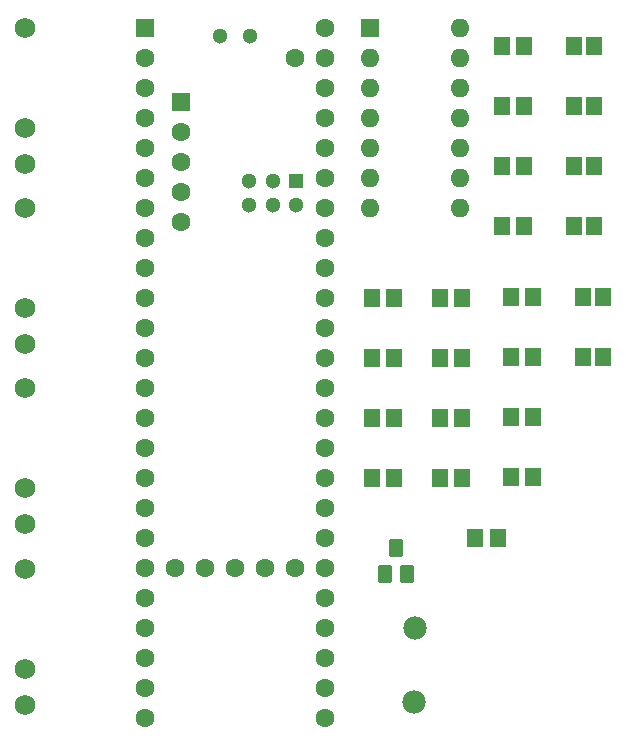
<source format=gbr>
%TF.GenerationSoftware,KiCad,Pcbnew,7.0.2-0*%
%TF.CreationDate,2023-11-13T17:50:44-05:00*%
%TF.ProjectId,Euro Power CV Shield,4575726f-2050-46f7-9765-722043562053,rev?*%
%TF.SameCoordinates,Original*%
%TF.FileFunction,Soldermask,Top*%
%TF.FilePolarity,Negative*%
%FSLAX46Y46*%
G04 Gerber Fmt 4.6, Leading zero omitted, Abs format (unit mm)*
G04 Created by KiCad (PCBNEW 7.0.2-0) date 2023-11-13 17:50:44*
%MOMM*%
%LPD*%
G01*
G04 APERTURE LIST*
G04 Aperture macros list*
%AMRoundRect*
0 Rectangle with rounded corners*
0 $1 Rounding radius*
0 $2 $3 $4 $5 $6 $7 $8 $9 X,Y pos of 4 corners*
0 Add a 4 corners polygon primitive as box body*
4,1,4,$2,$3,$4,$5,$6,$7,$8,$9,$2,$3,0*
0 Add four circle primitives for the rounded corners*
1,1,$1+$1,$2,$3*
1,1,$1+$1,$4,$5*
1,1,$1+$1,$6,$7*
1,1,$1+$1,$8,$9*
0 Add four rect primitives between the rounded corners*
20,1,$1+$1,$2,$3,$4,$5,0*
20,1,$1+$1,$4,$5,$6,$7,0*
20,1,$1+$1,$6,$7,$8,$9,0*
20,1,$1+$1,$8,$9,$2,$3,0*%
G04 Aperture macros list end*
%ADD10C,1.600000*%
%ADD11R,1.600000X1.600000*%
%ADD12R,1.300000X1.300000*%
%ADD13C,1.300000*%
%ADD14O,1.600000X1.600000*%
%ADD15RoundRect,0.050800X-0.650000X-0.750000X0.650000X-0.750000X0.650000X0.750000X-0.650000X0.750000X0*%
%ADD16C,1.751600*%
%ADD17C,1.981200*%
%ADD18RoundRect,0.050800X-0.500000X-0.700000X0.500000X-0.700000X0.500000X0.700000X-0.500000X0.700000X0*%
G04 APERTURE END LIST*
D10*
%TO.C,U2*%
X132080000Y-78740000D03*
X122430800Y-92659200D03*
X122430800Y-90119200D03*
X122430800Y-87579200D03*
X122430800Y-85039200D03*
D11*
X122430800Y-82499200D03*
D10*
X134620000Y-76200000D03*
X134620000Y-78740000D03*
X134620000Y-81280000D03*
X134620000Y-83820000D03*
X134620000Y-86360000D03*
X134620000Y-88900000D03*
X134620000Y-91440000D03*
X134620000Y-93980000D03*
X134620000Y-96520000D03*
X134620000Y-99060000D03*
X134620000Y-101600000D03*
X134620000Y-104140000D03*
X134620000Y-106680000D03*
X134620000Y-109220000D03*
D11*
X119380000Y-76200000D03*
D10*
X119380000Y-78740000D03*
X119380000Y-81280000D03*
X119380000Y-83820000D03*
X119380000Y-86360000D03*
X119380000Y-88900000D03*
X119380000Y-91440000D03*
X119380000Y-93980000D03*
X119380000Y-96520000D03*
X119380000Y-99060000D03*
X119380000Y-101600000D03*
X119380000Y-104140000D03*
X119380000Y-106680000D03*
X134620000Y-111760000D03*
X134620000Y-114300000D03*
X134620000Y-116840000D03*
X134620000Y-119380000D03*
X134620000Y-121920000D03*
X134620000Y-124460000D03*
X134620000Y-127000000D03*
X134620000Y-129540000D03*
X134620000Y-132080000D03*
X134620000Y-134620000D03*
X119380000Y-134620000D03*
X119380000Y-132080000D03*
X119380000Y-129540000D03*
X119380000Y-127000000D03*
X119380000Y-109220000D03*
X119380000Y-111760000D03*
X119380000Y-114300000D03*
X119380000Y-124460000D03*
X119380000Y-121920000D03*
X119380000Y-119380000D03*
X119380000Y-116840000D03*
D12*
X132181600Y-89170000D03*
D13*
X132181600Y-91170000D03*
X130181600Y-89170000D03*
X130181600Y-91170000D03*
X128181600Y-91170000D03*
X128181600Y-89170000D03*
D10*
X121920000Y-121920000D03*
X124460000Y-121920000D03*
X127000000Y-121920000D03*
X129540000Y-121920000D03*
X132080000Y-121920000D03*
D13*
X125730000Y-76930000D03*
X128270000Y-76930000D03*
%TD*%
D14*
%TO.C,U1*%
X146060000Y-76220000D03*
X138440000Y-91460000D03*
X146060000Y-78760000D03*
X138440000Y-88920000D03*
X146060000Y-81300000D03*
X138440000Y-86380000D03*
X146060000Y-83840000D03*
X138440000Y-83840000D03*
X146060000Y-86380000D03*
X138440000Y-81300000D03*
X146060000Y-88920000D03*
X138440000Y-78760000D03*
X146060000Y-91460000D03*
D11*
X138440000Y-76220000D03*
%TD*%
D15*
%TO.C,R17*%
X150320900Y-109131900D03*
X152220900Y-109131900D03*
%TD*%
%TO.C,R16*%
X144293200Y-109249100D03*
X146193200Y-109249100D03*
%TD*%
%TO.C,R15*%
X149565500Y-87915100D03*
X151465500Y-87915100D03*
%TD*%
%TO.C,R14*%
X138573200Y-99089100D03*
X140473200Y-99089100D03*
%TD*%
%TO.C,R13*%
X150320900Y-114211900D03*
X152220900Y-114211900D03*
%TD*%
%TO.C,R12*%
X144293200Y-114329100D03*
X146193200Y-114329100D03*
%TD*%
%TO.C,R11*%
X149565500Y-92995100D03*
X151465500Y-92995100D03*
%TD*%
%TO.C,R10*%
X138573200Y-114329100D03*
X140473200Y-114329100D03*
%TD*%
D16*
%TO.C,CV_4*%
X109220000Y-122000000D03*
X109220000Y-130500000D03*
X109220000Y-133500000D03*
%TD*%
%TO.C,CV_3*%
X109220000Y-106680000D03*
X109220000Y-115180000D03*
X109220000Y-118180000D03*
%TD*%
D15*
%TO.C,C5*%
X155695500Y-92995100D03*
X157395500Y-92995100D03*
%TD*%
%TO.C,C4*%
X155695500Y-82835100D03*
X157395500Y-82835100D03*
%TD*%
D17*
%TO.C,OffsetTestPoint (-5v)*%
X142240000Y-127000000D03*
%TD*%
D15*
%TO.C,R9*%
X138573200Y-109249100D03*
X140473200Y-109249100D03*
%TD*%
%TO.C,R8*%
X144293200Y-104169100D03*
X146193200Y-104169100D03*
%TD*%
%TO.C,R7*%
X149565500Y-82835100D03*
X151465500Y-82835100D03*
%TD*%
%TO.C,R6*%
X138573200Y-104169100D03*
X140473200Y-104169100D03*
%TD*%
%TO.C,R5*%
X144293200Y-99089100D03*
X146193200Y-99089100D03*
%TD*%
%TO.C,R4*%
X149565500Y-77755100D03*
X151465500Y-77755100D03*
%TD*%
%TO.C,R3*%
X150320900Y-98971900D03*
X152220900Y-98971900D03*
%TD*%
%TO.C,R2*%
X150320900Y-104051900D03*
X152220900Y-104051900D03*
%TD*%
%TO.C,R1*%
X147320000Y-119380000D03*
X149220000Y-119380000D03*
%TD*%
D18*
%TO.C,IC1*%
X139671500Y-122455700D03*
X141571500Y-122455700D03*
X140621500Y-120255700D03*
%TD*%
D16*
%TO.C,CV_2*%
X109220000Y-91440000D03*
X109220000Y-99940000D03*
X109220000Y-102940000D03*
%TD*%
%TO.C,CV_1*%
X109220000Y-76200000D03*
X109220000Y-84700000D03*
X109220000Y-87700000D03*
%TD*%
D15*
%TO.C,C12*%
X155695500Y-87915100D03*
X157395500Y-87915100D03*
%TD*%
%TO.C,C3*%
X158150900Y-104051900D03*
X156450900Y-104051900D03*
%TD*%
%TO.C,C2*%
X158150900Y-98971900D03*
X156450900Y-98971900D03*
%TD*%
%TO.C,C1*%
X155695500Y-77755100D03*
X157395500Y-77755100D03*
%TD*%
D17*
%TO.C,-12V_IN*%
X142154400Y-133319200D03*
%TD*%
M02*

</source>
